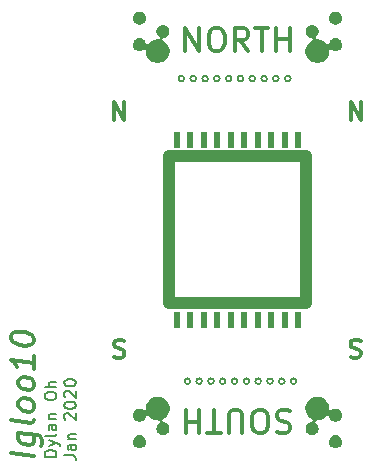
<source format=gbr>
G04 #@! TF.GenerationSoftware,KiCad,Pcbnew,(5.1.5)-3*
G04 #@! TF.CreationDate,2020-01-16T17:02:50-07:00*
G04 #@! TF.ProjectId,Igloo10,49676c6f-6f31-4302-9e6b-696361645f70,rev?*
G04 #@! TF.SameCoordinates,Original*
G04 #@! TF.FileFunction,Soldermask,Top*
G04 #@! TF.FilePolarity,Negative*
%FSLAX46Y46*%
G04 Gerber Fmt 4.6, Leading zero omitted, Abs format (unit mm)*
G04 Created by KiCad (PCBNEW (5.1.5)-3) date 2020-01-16 17:02:50*
%MOMM*%
%LPD*%
G04 APERTURE LIST*
%ADD10C,0.152400*%
%ADD11C,1.000000*%
%ADD12C,0.150000*%
%ADD13C,0.300000*%
%ADD14C,0.100000*%
G04 APERTURE END LIST*
D10*
X120861913Y-78295000D02*
G75*
G03X120861913Y-78295000I-241913J0D01*
G01*
X119861913Y-78295000D02*
G75*
G03X119861913Y-78295000I-241913J0D01*
G01*
X118861913Y-78295000D02*
G75*
G03X118861913Y-78295000I-241913J0D01*
G01*
X117861913Y-78295000D02*
G75*
G03X117861913Y-78295000I-241913J0D01*
G01*
X116861913Y-78295000D02*
G75*
G03X116861913Y-78295000I-241913J0D01*
G01*
X115861913Y-78295000D02*
G75*
G03X115861913Y-78295000I-241913J0D01*
G01*
X114861913Y-78295000D02*
G75*
G03X114861913Y-78295000I-241913J0D01*
G01*
X113861913Y-78295000D02*
G75*
G03X113861913Y-78295000I-241913J0D01*
G01*
X112861913Y-78295000D02*
G75*
G03X112861913Y-78295000I-241913J0D01*
G01*
X111861913Y-78295000D02*
G75*
G03X111861913Y-78295000I-241913J0D01*
G01*
X120361913Y-52675000D02*
G75*
G03X120361913Y-52675000I-241913J0D01*
G01*
X119361913Y-52675000D02*
G75*
G03X119361913Y-52675000I-241913J0D01*
G01*
X118361913Y-52675000D02*
G75*
G03X118361913Y-52675000I-241913J0D01*
G01*
X117361913Y-52675000D02*
G75*
G03X117361913Y-52675000I-241913J0D01*
G01*
X116361913Y-52675000D02*
G75*
G03X116361913Y-52675000I-241913J0D01*
G01*
X115361913Y-52675000D02*
G75*
G03X115361913Y-52675000I-241913J0D01*
G01*
X114361913Y-52675000D02*
G75*
G03X114361913Y-52675000I-241913J0D01*
G01*
X113361913Y-52675000D02*
G75*
G03X113361913Y-52675000I-241913J0D01*
G01*
X112361913Y-52675000D02*
G75*
G03X112361913Y-52675000I-241913J0D01*
G01*
X111361913Y-52675000D02*
G75*
G03X111361913Y-52675000I-241913J0D01*
G01*
D11*
X121671000Y-71676000D02*
X121671000Y-59252000D01*
X110071000Y-71674000D02*
X110071000Y-59250000D01*
X110070000Y-71675000D02*
X121670000Y-71675000D01*
X110070000Y-59250000D02*
X121670000Y-59250000D01*
D12*
X100542380Y-84694666D02*
X99542380Y-84694666D01*
X99542380Y-84456571D01*
X99590000Y-84313714D01*
X99685238Y-84218476D01*
X99780476Y-84170857D01*
X99970952Y-84123238D01*
X100113809Y-84123238D01*
X100304285Y-84170857D01*
X100399523Y-84218476D01*
X100494761Y-84313714D01*
X100542380Y-84456571D01*
X100542380Y-84694666D01*
X99875714Y-83789904D02*
X100542380Y-83551809D01*
X99875714Y-83313714D02*
X100542380Y-83551809D01*
X100780476Y-83647047D01*
X100828095Y-83694666D01*
X100875714Y-83789904D01*
X100542380Y-82789904D02*
X100494761Y-82885142D01*
X100399523Y-82932761D01*
X99542380Y-82932761D01*
X100542380Y-81980380D02*
X100018571Y-81980380D01*
X99923333Y-82028000D01*
X99875714Y-82123238D01*
X99875714Y-82313714D01*
X99923333Y-82408952D01*
X100494761Y-81980380D02*
X100542380Y-82075619D01*
X100542380Y-82313714D01*
X100494761Y-82408952D01*
X100399523Y-82456571D01*
X100304285Y-82456571D01*
X100209047Y-82408952D01*
X100161428Y-82313714D01*
X100161428Y-82075619D01*
X100113809Y-81980380D01*
X99875714Y-81504190D02*
X100542380Y-81504190D01*
X99970952Y-81504190D02*
X99923333Y-81456571D01*
X99875714Y-81361333D01*
X99875714Y-81218476D01*
X99923333Y-81123238D01*
X100018571Y-81075619D01*
X100542380Y-81075619D01*
X99542380Y-79647047D02*
X99542380Y-79456571D01*
X99590000Y-79361333D01*
X99685238Y-79266095D01*
X99875714Y-79218476D01*
X100209047Y-79218476D01*
X100399523Y-79266095D01*
X100494761Y-79361333D01*
X100542380Y-79456571D01*
X100542380Y-79647047D01*
X100494761Y-79742285D01*
X100399523Y-79837523D01*
X100209047Y-79885142D01*
X99875714Y-79885142D01*
X99685238Y-79837523D01*
X99590000Y-79742285D01*
X99542380Y-79647047D01*
X100542380Y-78789904D02*
X99542380Y-78789904D01*
X100542380Y-78361333D02*
X100018571Y-78361333D01*
X99923333Y-78408952D01*
X99875714Y-78504190D01*
X99875714Y-78647047D01*
X99923333Y-78742285D01*
X99970952Y-78789904D01*
X101192380Y-84575619D02*
X101906666Y-84575619D01*
X102049523Y-84623238D01*
X102144761Y-84718476D01*
X102192380Y-84861333D01*
X102192380Y-84956571D01*
X102192380Y-83670857D02*
X101668571Y-83670857D01*
X101573333Y-83718476D01*
X101525714Y-83813714D01*
X101525714Y-84004190D01*
X101573333Y-84099428D01*
X102144761Y-83670857D02*
X102192380Y-83766095D01*
X102192380Y-84004190D01*
X102144761Y-84099428D01*
X102049523Y-84147047D01*
X101954285Y-84147047D01*
X101859047Y-84099428D01*
X101811428Y-84004190D01*
X101811428Y-83766095D01*
X101763809Y-83670857D01*
X101525714Y-83194666D02*
X102192380Y-83194666D01*
X101620952Y-83194666D02*
X101573333Y-83147047D01*
X101525714Y-83051809D01*
X101525714Y-82908952D01*
X101573333Y-82813714D01*
X101668571Y-82766095D01*
X102192380Y-82766095D01*
X101287619Y-81575619D02*
X101240000Y-81528000D01*
X101192380Y-81432761D01*
X101192380Y-81194666D01*
X101240000Y-81099428D01*
X101287619Y-81051809D01*
X101382857Y-81004190D01*
X101478095Y-81004190D01*
X101620952Y-81051809D01*
X102192380Y-81623238D01*
X102192380Y-81004190D01*
X101192380Y-80385142D02*
X101192380Y-80289904D01*
X101240000Y-80194666D01*
X101287619Y-80147047D01*
X101382857Y-80099428D01*
X101573333Y-80051809D01*
X101811428Y-80051809D01*
X102001904Y-80099428D01*
X102097142Y-80147047D01*
X102144761Y-80194666D01*
X102192380Y-80289904D01*
X102192380Y-80385142D01*
X102144761Y-80480380D01*
X102097142Y-80528000D01*
X102001904Y-80575619D01*
X101811428Y-80623238D01*
X101573333Y-80623238D01*
X101382857Y-80575619D01*
X101287619Y-80528000D01*
X101240000Y-80480380D01*
X101192380Y-80385142D01*
X101287619Y-79670857D02*
X101240000Y-79623238D01*
X101192380Y-79528000D01*
X101192380Y-79289904D01*
X101240000Y-79194666D01*
X101287619Y-79147047D01*
X101382857Y-79099428D01*
X101478095Y-79099428D01*
X101620952Y-79147047D01*
X102192380Y-79718476D01*
X102192380Y-79099428D01*
X101192380Y-78480380D02*
X101192380Y-78385142D01*
X101240000Y-78289904D01*
X101287619Y-78242285D01*
X101382857Y-78194666D01*
X101573333Y-78147047D01*
X101811428Y-78147047D01*
X102001904Y-78194666D01*
X102097142Y-78242285D01*
X102144761Y-78289904D01*
X102192380Y-78385142D01*
X102192380Y-78480380D01*
X102144761Y-78575619D01*
X102097142Y-78623238D01*
X102001904Y-78670857D01*
X101811428Y-78718476D01*
X101573333Y-78718476D01*
X101382857Y-78670857D01*
X101287619Y-78623238D01*
X101240000Y-78575619D01*
X101192380Y-78480380D01*
D13*
X111441428Y-50364761D02*
X111441428Y-48364761D01*
X112584285Y-50364761D01*
X112584285Y-48364761D01*
X113917619Y-48364761D02*
X114298571Y-48364761D01*
X114489047Y-48460000D01*
X114679523Y-48650476D01*
X114774761Y-49031428D01*
X114774761Y-49698095D01*
X114679523Y-50079047D01*
X114489047Y-50269523D01*
X114298571Y-50364761D01*
X113917619Y-50364761D01*
X113727142Y-50269523D01*
X113536666Y-50079047D01*
X113441428Y-49698095D01*
X113441428Y-49031428D01*
X113536666Y-48650476D01*
X113727142Y-48460000D01*
X113917619Y-48364761D01*
X116774761Y-50364761D02*
X116108095Y-49412380D01*
X115631904Y-50364761D02*
X115631904Y-48364761D01*
X116393809Y-48364761D01*
X116584285Y-48460000D01*
X116679523Y-48555238D01*
X116774761Y-48745714D01*
X116774761Y-49031428D01*
X116679523Y-49221904D01*
X116584285Y-49317142D01*
X116393809Y-49412380D01*
X115631904Y-49412380D01*
X117346190Y-48364761D02*
X118489047Y-48364761D01*
X117917619Y-50364761D02*
X117917619Y-48364761D01*
X119155714Y-50364761D02*
X119155714Y-48364761D01*
X119155714Y-49317142D02*
X120298571Y-49317142D01*
X120298571Y-50364761D02*
X120298571Y-48364761D01*
X105441428Y-56148571D02*
X105441428Y-54648571D01*
X106298571Y-56148571D01*
X106298571Y-54648571D01*
X120346190Y-80790476D02*
X120060476Y-80695238D01*
X119584285Y-80695238D01*
X119393809Y-80790476D01*
X119298571Y-80885714D01*
X119203333Y-81076190D01*
X119203333Y-81266666D01*
X119298571Y-81457142D01*
X119393809Y-81552380D01*
X119584285Y-81647619D01*
X119965238Y-81742857D01*
X120155714Y-81838095D01*
X120250952Y-81933333D01*
X120346190Y-82123809D01*
X120346190Y-82314285D01*
X120250952Y-82504761D01*
X120155714Y-82600000D01*
X119965238Y-82695238D01*
X119489047Y-82695238D01*
X119203333Y-82600000D01*
X117965238Y-82695238D02*
X117584285Y-82695238D01*
X117393809Y-82600000D01*
X117203333Y-82409523D01*
X117108095Y-82028571D01*
X117108095Y-81361904D01*
X117203333Y-80980952D01*
X117393809Y-80790476D01*
X117584285Y-80695238D01*
X117965238Y-80695238D01*
X118155714Y-80790476D01*
X118346190Y-80980952D01*
X118441428Y-81361904D01*
X118441428Y-82028571D01*
X118346190Y-82409523D01*
X118155714Y-82600000D01*
X117965238Y-82695238D01*
X116250952Y-82695238D02*
X116250952Y-81076190D01*
X116155714Y-80885714D01*
X116060476Y-80790476D01*
X115870000Y-80695238D01*
X115489047Y-80695238D01*
X115298571Y-80790476D01*
X115203333Y-80885714D01*
X115108095Y-81076190D01*
X115108095Y-82695238D01*
X114441428Y-82695238D02*
X113298571Y-82695238D01*
X113870000Y-80695238D02*
X113870000Y-82695238D01*
X112631904Y-80695238D02*
X112631904Y-82695238D01*
X112631904Y-81742857D02*
X111489047Y-81742857D01*
X111489047Y-80695238D02*
X111489047Y-82695238D01*
X125441428Y-56148571D02*
X125441428Y-54648571D01*
X126298571Y-56148571D01*
X126298571Y-54648571D01*
X126298571Y-74862857D02*
X126084285Y-74791428D01*
X125727142Y-74791428D01*
X125584285Y-74862857D01*
X125512857Y-74934285D01*
X125441428Y-75077142D01*
X125441428Y-75220000D01*
X125512857Y-75362857D01*
X125584285Y-75434285D01*
X125727142Y-75505714D01*
X126012857Y-75577142D01*
X126155714Y-75648571D01*
X126227142Y-75720000D01*
X126298571Y-75862857D01*
X126298571Y-76005714D01*
X126227142Y-76148571D01*
X126155714Y-76220000D01*
X126012857Y-76291428D01*
X125655714Y-76291428D01*
X125441428Y-76220000D01*
X106298571Y-74862857D02*
X106084285Y-74791428D01*
X105727142Y-74791428D01*
X105584285Y-74862857D01*
X105512857Y-74934285D01*
X105441428Y-75077142D01*
X105441428Y-75220000D01*
X105512857Y-75362857D01*
X105584285Y-75434285D01*
X105727142Y-75505714D01*
X106012857Y-75577142D01*
X106155714Y-75648571D01*
X106227142Y-75720000D01*
X106298571Y-75862857D01*
X106298571Y-76005714D01*
X106227142Y-76148571D01*
X106155714Y-76220000D01*
X106012857Y-76291428D01*
X105655714Y-76291428D01*
X105441428Y-76220000D01*
X98659761Y-84630827D02*
X96659761Y-84380827D01*
X97326428Y-82654636D02*
X98945476Y-82857017D01*
X99135952Y-82976065D01*
X99231190Y-83083208D01*
X99326428Y-83285589D01*
X99326428Y-83571303D01*
X99231190Y-83749875D01*
X98564523Y-82809398D02*
X98659761Y-83011779D01*
X98659761Y-83392732D01*
X98564523Y-83571303D01*
X98469285Y-83654636D01*
X98278809Y-83726065D01*
X97707380Y-83654636D01*
X97516904Y-83535589D01*
X97421666Y-83428446D01*
X97326428Y-83226065D01*
X97326428Y-82845113D01*
X97421666Y-82666541D01*
X98659761Y-81583208D02*
X98564523Y-81761779D01*
X98374047Y-81833208D01*
X96659761Y-81618922D01*
X98659761Y-80535589D02*
X98564523Y-80714160D01*
X98469285Y-80797494D01*
X98278809Y-80868922D01*
X97707380Y-80797494D01*
X97516904Y-80678446D01*
X97421666Y-80571303D01*
X97326428Y-80368922D01*
X97326428Y-80083208D01*
X97421666Y-79904636D01*
X97516904Y-79821303D01*
X97707380Y-79749875D01*
X98278809Y-79821303D01*
X98469285Y-79940351D01*
X98564523Y-80047494D01*
X98659761Y-80249875D01*
X98659761Y-80535589D01*
X98659761Y-78726065D02*
X98564523Y-78904636D01*
X98469285Y-78987970D01*
X98278809Y-79059398D01*
X97707380Y-78987970D01*
X97516904Y-78868922D01*
X97421666Y-78761779D01*
X97326428Y-78559398D01*
X97326428Y-78273684D01*
X97421666Y-78095113D01*
X97516904Y-78011779D01*
X97707380Y-77940351D01*
X98278809Y-78011779D01*
X98469285Y-78130827D01*
X98564523Y-78237970D01*
X98659761Y-78440351D01*
X98659761Y-78726065D01*
X98659761Y-76154636D02*
X98659761Y-77297494D01*
X98659761Y-76726065D02*
X96659761Y-76476065D01*
X96945476Y-76702255D01*
X97135952Y-76916541D01*
X97231190Y-77118922D01*
X96659761Y-74666541D02*
X96659761Y-74476065D01*
X96755000Y-74297494D01*
X96850238Y-74214160D01*
X97040714Y-74142732D01*
X97421666Y-74095113D01*
X97897857Y-74154636D01*
X98278809Y-74297494D01*
X98469285Y-74416541D01*
X98564523Y-74523684D01*
X98659761Y-74726065D01*
X98659761Y-74916541D01*
X98564523Y-75095113D01*
X98469285Y-75178446D01*
X98278809Y-75249875D01*
X97897857Y-75297494D01*
X97421666Y-75237970D01*
X97040714Y-75095113D01*
X96850238Y-74976065D01*
X96755000Y-74868922D01*
X96659761Y-74666541D01*
D14*
G36*
X124330721Y-82890174D02*
G01*
X124430995Y-82931709D01*
X124430996Y-82931710D01*
X124521242Y-82992010D01*
X124597990Y-83068758D01*
X124597991Y-83068760D01*
X124658291Y-83159005D01*
X124699826Y-83259279D01*
X124721000Y-83365730D01*
X124721000Y-83474270D01*
X124699826Y-83580721D01*
X124658291Y-83680995D01*
X124658290Y-83680996D01*
X124597990Y-83771242D01*
X124521242Y-83847990D01*
X124475812Y-83878345D01*
X124430995Y-83908291D01*
X124330721Y-83949826D01*
X124224270Y-83971000D01*
X124115730Y-83971000D01*
X124009279Y-83949826D01*
X123909005Y-83908291D01*
X123864188Y-83878345D01*
X123818758Y-83847990D01*
X123742010Y-83771242D01*
X123681710Y-83680996D01*
X123681709Y-83680995D01*
X123640174Y-83580721D01*
X123619000Y-83474270D01*
X123619000Y-83365730D01*
X123640174Y-83259279D01*
X123681709Y-83159005D01*
X123742009Y-83068760D01*
X123742010Y-83068758D01*
X123818758Y-82992010D01*
X123909004Y-82931710D01*
X123909005Y-82931709D01*
X124009279Y-82890174D01*
X124115730Y-82869000D01*
X124224270Y-82869000D01*
X124330721Y-82890174D01*
G37*
G36*
X107730721Y-82890174D02*
G01*
X107830995Y-82931709D01*
X107830996Y-82931710D01*
X107921242Y-82992010D01*
X107997990Y-83068758D01*
X107997991Y-83068760D01*
X108058291Y-83159005D01*
X108099826Y-83259279D01*
X108121000Y-83365730D01*
X108121000Y-83474270D01*
X108099826Y-83580721D01*
X108058291Y-83680995D01*
X108058290Y-83680996D01*
X107997990Y-83771242D01*
X107921242Y-83847990D01*
X107875812Y-83878345D01*
X107830995Y-83908291D01*
X107730721Y-83949826D01*
X107624270Y-83971000D01*
X107515730Y-83971000D01*
X107409279Y-83949826D01*
X107309005Y-83908291D01*
X107264188Y-83878345D01*
X107218758Y-83847990D01*
X107142010Y-83771242D01*
X107081710Y-83680996D01*
X107081709Y-83680995D01*
X107040174Y-83580721D01*
X107019000Y-83474270D01*
X107019000Y-83365730D01*
X107040174Y-83259279D01*
X107081709Y-83159005D01*
X107142009Y-83068760D01*
X107142010Y-83068758D01*
X107218758Y-82992010D01*
X107309004Y-82931710D01*
X107309005Y-82931709D01*
X107409279Y-82890174D01*
X107515730Y-82869000D01*
X107624270Y-82869000D01*
X107730721Y-82890174D01*
G37*
G36*
X122815285Y-79638234D02*
G01*
X122911981Y-79657468D01*
X123094151Y-79732926D01*
X123258100Y-79842473D01*
X123397527Y-79981900D01*
X123507074Y-80145849D01*
X123507075Y-80145851D01*
X123582532Y-80328020D01*
X123621000Y-80521409D01*
X123621000Y-80640291D01*
X123623402Y-80664677D01*
X123630515Y-80688126D01*
X123642066Y-80709737D01*
X123657611Y-80728679D01*
X123676553Y-80744224D01*
X123698164Y-80755775D01*
X123721613Y-80762888D01*
X123745999Y-80765290D01*
X123770385Y-80762888D01*
X123793834Y-80755775D01*
X123815445Y-80744224D01*
X123818760Y-80742009D01*
X123867058Y-80709737D01*
X123909005Y-80681709D01*
X124009279Y-80640174D01*
X124115730Y-80619000D01*
X124224270Y-80619000D01*
X124330721Y-80640174D01*
X124430995Y-80681709D01*
X124472942Y-80709737D01*
X124521242Y-80742010D01*
X124597990Y-80818758D01*
X124597991Y-80818760D01*
X124658291Y-80909005D01*
X124699826Y-81009279D01*
X124721000Y-81115730D01*
X124721000Y-81224270D01*
X124699826Y-81330721D01*
X124658291Y-81430995D01*
X124658290Y-81430996D01*
X124597990Y-81521242D01*
X124521242Y-81597990D01*
X124518449Y-81599856D01*
X124430995Y-81658291D01*
X124330721Y-81699826D01*
X124224270Y-81721000D01*
X124115730Y-81721000D01*
X124009279Y-81699826D01*
X123909005Y-81658291D01*
X123821551Y-81599856D01*
X123818758Y-81597990D01*
X123742010Y-81521242D01*
X123681710Y-81430996D01*
X123681709Y-81430995D01*
X123640174Y-81330720D01*
X123632252Y-81290894D01*
X123625139Y-81267445D01*
X123613588Y-81245834D01*
X123598043Y-81226892D01*
X123579101Y-81211347D01*
X123557490Y-81199796D01*
X123534041Y-81192683D01*
X123509655Y-81190281D01*
X123485269Y-81192683D01*
X123461820Y-81199796D01*
X123440209Y-81211347D01*
X123421267Y-81226892D01*
X123405727Y-81245827D01*
X123397527Y-81258100D01*
X123258100Y-81397527D01*
X123094151Y-81507074D01*
X122911981Y-81582532D01*
X122824893Y-81599855D01*
X122718591Y-81621000D01*
X122590128Y-81621000D01*
X122565742Y-81623402D01*
X122542293Y-81630515D01*
X122520682Y-81642066D01*
X122501740Y-81657611D01*
X122486195Y-81676553D01*
X122474644Y-81698164D01*
X122467531Y-81721613D01*
X122465129Y-81745999D01*
X122467531Y-81770385D01*
X122474644Y-81793834D01*
X122486195Y-81815445D01*
X122501740Y-81834387D01*
X122520683Y-81849932D01*
X122546242Y-81867010D01*
X122622990Y-81943758D01*
X122622991Y-81943760D01*
X122683291Y-82034005D01*
X122724826Y-82134279D01*
X122746000Y-82240730D01*
X122746000Y-82349270D01*
X122724826Y-82455721D01*
X122683291Y-82555995D01*
X122683290Y-82555996D01*
X122622990Y-82646242D01*
X122546242Y-82722990D01*
X122500812Y-82753345D01*
X122455995Y-82783291D01*
X122355721Y-82824826D01*
X122249270Y-82846000D01*
X122140730Y-82846000D01*
X122034279Y-82824826D01*
X121934005Y-82783291D01*
X121889188Y-82753345D01*
X121843758Y-82722990D01*
X121767010Y-82646242D01*
X121706710Y-82555996D01*
X121706709Y-82555995D01*
X121665174Y-82455721D01*
X121644000Y-82349270D01*
X121644000Y-82240730D01*
X121665174Y-82134279D01*
X121706709Y-82034005D01*
X121767009Y-81943760D01*
X121767010Y-81943758D01*
X121843758Y-81867010D01*
X121934004Y-81806710D01*
X121934005Y-81806709D01*
X122034279Y-81765174D01*
X122126462Y-81746838D01*
X122149911Y-81739725D01*
X122171522Y-81728174D01*
X122190463Y-81712629D01*
X122206009Y-81693687D01*
X122217560Y-81672076D01*
X122224673Y-81648627D01*
X122227075Y-81624241D01*
X122224673Y-81599855D01*
X122217560Y-81576406D01*
X122206009Y-81554795D01*
X122190464Y-81535854D01*
X122171522Y-81520308D01*
X122149912Y-81508758D01*
X122145854Y-81507077D01*
X122145850Y-81507075D01*
X122145849Y-81507074D01*
X121981900Y-81397527D01*
X121842473Y-81258100D01*
X121732926Y-81094151D01*
X121657468Y-80911981D01*
X121627811Y-80762888D01*
X121619000Y-80718591D01*
X121619000Y-80521409D01*
X121657468Y-80328020D01*
X121732925Y-80145851D01*
X121732926Y-80145849D01*
X121842473Y-79981900D01*
X121981900Y-79842473D01*
X122145849Y-79732926D01*
X122328019Y-79657468D01*
X122424715Y-79638234D01*
X122521409Y-79619000D01*
X122718591Y-79619000D01*
X122815285Y-79638234D01*
G37*
G36*
X109315285Y-79638234D02*
G01*
X109411981Y-79657468D01*
X109594151Y-79732926D01*
X109758100Y-79842473D01*
X109897527Y-79981900D01*
X110007074Y-80145849D01*
X110007075Y-80145851D01*
X110082532Y-80328020D01*
X110121000Y-80521409D01*
X110121000Y-80718591D01*
X110112189Y-80762888D01*
X110082532Y-80911981D01*
X110007074Y-81094151D01*
X109897527Y-81258100D01*
X109758100Y-81397527D01*
X109594151Y-81507074D01*
X109594150Y-81507075D01*
X109594146Y-81507077D01*
X109590088Y-81508758D01*
X109568477Y-81520309D01*
X109549535Y-81535854D01*
X109533990Y-81554796D01*
X109522439Y-81576407D01*
X109515327Y-81599856D01*
X109512925Y-81624242D01*
X109515327Y-81648628D01*
X109522441Y-81672077D01*
X109533992Y-81693688D01*
X109549537Y-81712630D01*
X109568479Y-81728175D01*
X109590090Y-81739726D01*
X109613538Y-81746838D01*
X109705721Y-81765174D01*
X109805995Y-81806709D01*
X109805996Y-81806710D01*
X109896242Y-81867010D01*
X109972990Y-81943758D01*
X109972991Y-81943760D01*
X110033291Y-82034005D01*
X110074826Y-82134279D01*
X110096000Y-82240730D01*
X110096000Y-82349270D01*
X110074826Y-82455721D01*
X110033291Y-82555995D01*
X110033290Y-82555996D01*
X109972990Y-82646242D01*
X109896242Y-82722990D01*
X109850812Y-82753345D01*
X109805995Y-82783291D01*
X109705721Y-82824826D01*
X109599270Y-82846000D01*
X109490730Y-82846000D01*
X109384279Y-82824826D01*
X109284005Y-82783291D01*
X109239188Y-82753345D01*
X109193758Y-82722990D01*
X109117010Y-82646242D01*
X109056710Y-82555996D01*
X109056709Y-82555995D01*
X109015174Y-82455721D01*
X108994000Y-82349270D01*
X108994000Y-82240730D01*
X109015174Y-82134279D01*
X109056709Y-82034005D01*
X109117009Y-81943760D01*
X109117010Y-81943758D01*
X109193758Y-81867010D01*
X109219317Y-81849932D01*
X109238259Y-81834387D01*
X109253805Y-81815445D01*
X109265356Y-81793834D01*
X109272469Y-81770385D01*
X109274871Y-81745999D01*
X109272469Y-81721613D01*
X109265356Y-81698164D01*
X109253805Y-81676554D01*
X109238260Y-81657612D01*
X109219318Y-81642066D01*
X109197707Y-81630515D01*
X109174258Y-81623402D01*
X109149872Y-81621000D01*
X109021409Y-81621000D01*
X108915107Y-81599855D01*
X108828019Y-81582532D01*
X108645849Y-81507074D01*
X108481900Y-81397527D01*
X108342473Y-81258100D01*
X108334273Y-81245827D01*
X108318734Y-81226893D01*
X108299792Y-81211348D01*
X108278181Y-81199797D01*
X108254732Y-81192683D01*
X108230346Y-81190281D01*
X108205960Y-81192683D01*
X108182511Y-81199795D01*
X108160900Y-81211346D01*
X108141958Y-81226891D01*
X108126413Y-81245833D01*
X108114862Y-81267444D01*
X108107748Y-81290894D01*
X108099826Y-81330720D01*
X108058291Y-81430995D01*
X108058290Y-81430996D01*
X107997990Y-81521242D01*
X107921242Y-81597990D01*
X107918449Y-81599856D01*
X107830995Y-81658291D01*
X107730721Y-81699826D01*
X107624270Y-81721000D01*
X107515730Y-81721000D01*
X107409279Y-81699826D01*
X107309005Y-81658291D01*
X107221551Y-81599856D01*
X107218758Y-81597990D01*
X107142010Y-81521242D01*
X107081710Y-81430996D01*
X107081709Y-81430995D01*
X107040174Y-81330721D01*
X107019000Y-81224270D01*
X107019000Y-81115730D01*
X107040174Y-81009279D01*
X107081709Y-80909005D01*
X107142009Y-80818760D01*
X107142010Y-80818758D01*
X107218758Y-80742010D01*
X107267058Y-80709737D01*
X107309005Y-80681709D01*
X107409279Y-80640174D01*
X107515730Y-80619000D01*
X107624270Y-80619000D01*
X107730721Y-80640174D01*
X107830995Y-80681709D01*
X107872942Y-80709737D01*
X107921241Y-80742009D01*
X107924555Y-80744224D01*
X107946166Y-80755775D01*
X107969615Y-80762888D01*
X107994001Y-80765290D01*
X108018387Y-80762888D01*
X108041836Y-80755775D01*
X108063446Y-80744224D01*
X108082388Y-80728679D01*
X108097934Y-80709737D01*
X108109485Y-80688126D01*
X108116598Y-80664677D01*
X108119000Y-80640291D01*
X108119000Y-80521409D01*
X108157468Y-80328020D01*
X108232925Y-80145851D01*
X108232926Y-80145849D01*
X108342473Y-79981900D01*
X108481900Y-79842473D01*
X108645849Y-79732926D01*
X108828019Y-79657468D01*
X108924715Y-79638234D01*
X109021409Y-79619000D01*
X109218591Y-79619000D01*
X109315285Y-79638234D01*
G37*
G36*
X118969000Y-73771000D02*
G01*
X118486000Y-73771000D01*
X118486000Y-72399000D01*
X118969000Y-72399000D01*
X118969000Y-73771000D01*
G37*
G36*
X112111000Y-73771000D02*
G01*
X111628000Y-73771000D01*
X111628000Y-72399000D01*
X112111000Y-72399000D01*
X112111000Y-73771000D01*
G37*
G36*
X113254000Y-73771000D02*
G01*
X112771000Y-73771000D01*
X112771000Y-72399000D01*
X113254000Y-72399000D01*
X113254000Y-73771000D01*
G37*
G36*
X114397000Y-73771000D02*
G01*
X113914000Y-73771000D01*
X113914000Y-72399000D01*
X114397000Y-72399000D01*
X114397000Y-73771000D01*
G37*
G36*
X115540000Y-73771000D02*
G01*
X115057000Y-73771000D01*
X115057000Y-72399000D01*
X115540000Y-72399000D01*
X115540000Y-73771000D01*
G37*
G36*
X116683000Y-73771000D02*
G01*
X116200000Y-73771000D01*
X116200000Y-72399000D01*
X116683000Y-72399000D01*
X116683000Y-73771000D01*
G37*
G36*
X117826000Y-73771000D02*
G01*
X117343000Y-73771000D01*
X117343000Y-72399000D01*
X117826000Y-72399000D01*
X117826000Y-73771000D01*
G37*
G36*
X120112000Y-73771000D02*
G01*
X119629000Y-73771000D01*
X119629000Y-72399000D01*
X120112000Y-72399000D01*
X120112000Y-73771000D01*
G37*
G36*
X121255000Y-73771000D02*
G01*
X120772000Y-73771000D01*
X120772000Y-72399000D01*
X121255000Y-72399000D01*
X121255000Y-73771000D01*
G37*
G36*
X110968000Y-73771000D02*
G01*
X110485000Y-73771000D01*
X110485000Y-72399000D01*
X110968000Y-72399000D01*
X110968000Y-73771000D01*
G37*
G36*
X117826000Y-58541000D02*
G01*
X117343000Y-58541000D01*
X117343000Y-57169000D01*
X117826000Y-57169000D01*
X117826000Y-58541000D01*
G37*
G36*
X112111000Y-58541000D02*
G01*
X111628000Y-58541000D01*
X111628000Y-57169000D01*
X112111000Y-57169000D01*
X112111000Y-58541000D01*
G37*
G36*
X110968000Y-58541000D02*
G01*
X110485000Y-58541000D01*
X110485000Y-57169000D01*
X110968000Y-57169000D01*
X110968000Y-58541000D01*
G37*
G36*
X115540000Y-58541000D02*
G01*
X115057000Y-58541000D01*
X115057000Y-57169000D01*
X115540000Y-57169000D01*
X115540000Y-58541000D01*
G37*
G36*
X114397000Y-58541000D02*
G01*
X113914000Y-58541000D01*
X113914000Y-57169000D01*
X114397000Y-57169000D01*
X114397000Y-58541000D01*
G37*
G36*
X113254000Y-58541000D02*
G01*
X112771000Y-58541000D01*
X112771000Y-57169000D01*
X113254000Y-57169000D01*
X113254000Y-58541000D01*
G37*
G36*
X121255000Y-58541000D02*
G01*
X120772000Y-58541000D01*
X120772000Y-57169000D01*
X121255000Y-57169000D01*
X121255000Y-58541000D01*
G37*
G36*
X120112000Y-58541000D02*
G01*
X119629000Y-58541000D01*
X119629000Y-57169000D01*
X120112000Y-57169000D01*
X120112000Y-58541000D01*
G37*
G36*
X118969000Y-58541000D02*
G01*
X118486000Y-58541000D01*
X118486000Y-57169000D01*
X118969000Y-57169000D01*
X118969000Y-58541000D01*
G37*
G36*
X116683000Y-58541000D02*
G01*
X116200000Y-58541000D01*
X116200000Y-57169000D01*
X116683000Y-57169000D01*
X116683000Y-58541000D01*
G37*
G36*
X109705721Y-48145174D02*
G01*
X109805995Y-48186709D01*
X109805996Y-48186710D01*
X109896242Y-48247010D01*
X109972990Y-48323758D01*
X109972991Y-48323760D01*
X110033291Y-48414005D01*
X110074826Y-48514279D01*
X110096000Y-48620730D01*
X110096000Y-48729270D01*
X110074826Y-48835721D01*
X110033291Y-48935995D01*
X110033290Y-48935996D01*
X109972990Y-49026242D01*
X109896242Y-49102990D01*
X109896239Y-49102992D01*
X109805995Y-49163291D01*
X109705721Y-49204826D01*
X109613538Y-49223162D01*
X109590089Y-49230275D01*
X109568478Y-49241826D01*
X109549537Y-49257371D01*
X109533991Y-49276313D01*
X109522440Y-49297924D01*
X109515327Y-49321373D01*
X109512925Y-49345759D01*
X109515327Y-49370145D01*
X109522440Y-49393594D01*
X109533991Y-49415205D01*
X109549536Y-49434146D01*
X109568478Y-49449692D01*
X109590088Y-49461242D01*
X109594146Y-49462923D01*
X109594150Y-49462925D01*
X109594151Y-49462926D01*
X109758100Y-49572473D01*
X109897527Y-49711900D01*
X109992655Y-49854270D01*
X110007075Y-49875851D01*
X110082532Y-50058020D01*
X110116342Y-50227990D01*
X110121000Y-50251410D01*
X110121000Y-50448590D01*
X110082532Y-50641981D01*
X110007074Y-50824151D01*
X109897527Y-50988100D01*
X109758100Y-51127527D01*
X109594151Y-51237074D01*
X109411981Y-51312532D01*
X109218591Y-51351000D01*
X109021409Y-51351000D01*
X108828019Y-51312532D01*
X108645849Y-51237074D01*
X108481900Y-51127527D01*
X108342473Y-50988100D01*
X108232926Y-50824151D01*
X108157468Y-50641981D01*
X108119000Y-50448590D01*
X108119000Y-50329709D01*
X108116598Y-50305323D01*
X108109485Y-50281874D01*
X108097934Y-50260263D01*
X108082389Y-50241321D01*
X108063447Y-50225776D01*
X108041836Y-50214225D01*
X108018387Y-50207112D01*
X107994001Y-50204710D01*
X107969615Y-50207112D01*
X107946166Y-50214225D01*
X107924555Y-50225776D01*
X107921243Y-50227989D01*
X107921242Y-50227990D01*
X107886193Y-50251409D01*
X107830995Y-50288291D01*
X107730721Y-50329826D01*
X107624270Y-50351000D01*
X107515730Y-50351000D01*
X107409279Y-50329826D01*
X107309005Y-50288291D01*
X107253807Y-50251409D01*
X107218758Y-50227990D01*
X107142010Y-50151242D01*
X107081710Y-50060996D01*
X107081709Y-50060995D01*
X107040174Y-49960721D01*
X107019000Y-49854270D01*
X107019000Y-49745730D01*
X107040174Y-49639279D01*
X107081709Y-49539005D01*
X107111655Y-49494188D01*
X107142010Y-49448758D01*
X107218758Y-49372010D01*
X107294542Y-49321373D01*
X107309005Y-49311709D01*
X107409279Y-49270174D01*
X107515730Y-49249000D01*
X107624270Y-49249000D01*
X107730721Y-49270174D01*
X107830995Y-49311709D01*
X107845458Y-49321373D01*
X107921242Y-49372010D01*
X107997990Y-49448758D01*
X108028345Y-49494188D01*
X108058291Y-49539005D01*
X108099826Y-49639280D01*
X108107748Y-49679106D01*
X108114861Y-49702555D01*
X108126412Y-49724166D01*
X108141957Y-49743108D01*
X108160899Y-49758653D01*
X108182510Y-49770204D01*
X108205959Y-49777317D01*
X108230345Y-49779719D01*
X108254731Y-49777317D01*
X108278180Y-49770204D01*
X108299791Y-49758653D01*
X108318733Y-49743108D01*
X108334273Y-49724173D01*
X108342473Y-49711900D01*
X108481900Y-49572473D01*
X108645849Y-49462926D01*
X108828019Y-49387468D01*
X109021409Y-49349000D01*
X109149872Y-49349000D01*
X109174258Y-49346598D01*
X109197707Y-49339485D01*
X109219318Y-49327934D01*
X109238260Y-49312389D01*
X109253805Y-49293447D01*
X109265356Y-49271836D01*
X109272469Y-49248387D01*
X109274871Y-49224001D01*
X109272469Y-49199615D01*
X109265356Y-49176166D01*
X109253805Y-49154555D01*
X109238260Y-49135613D01*
X109219317Y-49120068D01*
X109193761Y-49102992D01*
X109193758Y-49102990D01*
X109117010Y-49026242D01*
X109056710Y-48935996D01*
X109056709Y-48935995D01*
X109015174Y-48835721D01*
X108994000Y-48729270D01*
X108994000Y-48620730D01*
X109015174Y-48514279D01*
X109056709Y-48414005D01*
X109117009Y-48323760D01*
X109117010Y-48323758D01*
X109193758Y-48247010D01*
X109284004Y-48186710D01*
X109284005Y-48186709D01*
X109384279Y-48145174D01*
X109490730Y-48124000D01*
X109599270Y-48124000D01*
X109705721Y-48145174D01*
G37*
G36*
X122355721Y-48145174D02*
G01*
X122455995Y-48186709D01*
X122455996Y-48186710D01*
X122546242Y-48247010D01*
X122622990Y-48323758D01*
X122622991Y-48323760D01*
X122683291Y-48414005D01*
X122724826Y-48514279D01*
X122746000Y-48620730D01*
X122746000Y-48729270D01*
X122724826Y-48835721D01*
X122683291Y-48935995D01*
X122683290Y-48935996D01*
X122622990Y-49026242D01*
X122546242Y-49102990D01*
X122546239Y-49102992D01*
X122520683Y-49120068D01*
X122501741Y-49135613D01*
X122486195Y-49154555D01*
X122474644Y-49176166D01*
X122467531Y-49199615D01*
X122465129Y-49224001D01*
X122467531Y-49248387D01*
X122474644Y-49271836D01*
X122486195Y-49293446D01*
X122501740Y-49312388D01*
X122520682Y-49327934D01*
X122542293Y-49339485D01*
X122565742Y-49346598D01*
X122590128Y-49349000D01*
X122718591Y-49349000D01*
X122911981Y-49387468D01*
X123094151Y-49462926D01*
X123258100Y-49572473D01*
X123397527Y-49711900D01*
X123405727Y-49724173D01*
X123421266Y-49743107D01*
X123440208Y-49758652D01*
X123461819Y-49770203D01*
X123485268Y-49777317D01*
X123509654Y-49779719D01*
X123534040Y-49777317D01*
X123557489Y-49770205D01*
X123579100Y-49758654D01*
X123598042Y-49743109D01*
X123613587Y-49724167D01*
X123625138Y-49702556D01*
X123632252Y-49679106D01*
X123640174Y-49639280D01*
X123681709Y-49539005D01*
X123711655Y-49494188D01*
X123742010Y-49448758D01*
X123818758Y-49372010D01*
X123894542Y-49321373D01*
X123909005Y-49311709D01*
X124009279Y-49270174D01*
X124115730Y-49249000D01*
X124224270Y-49249000D01*
X124330721Y-49270174D01*
X124430995Y-49311709D01*
X124445458Y-49321373D01*
X124521242Y-49372010D01*
X124597990Y-49448758D01*
X124628345Y-49494188D01*
X124658291Y-49539005D01*
X124699826Y-49639279D01*
X124721000Y-49745730D01*
X124721000Y-49854270D01*
X124699826Y-49960721D01*
X124658291Y-50060995D01*
X124658290Y-50060996D01*
X124597990Y-50151242D01*
X124521242Y-50227990D01*
X124486193Y-50251409D01*
X124430995Y-50288291D01*
X124330721Y-50329826D01*
X124224270Y-50351000D01*
X124115730Y-50351000D01*
X124009279Y-50329826D01*
X123909005Y-50288291D01*
X123853807Y-50251409D01*
X123818758Y-50227990D01*
X123818757Y-50227989D01*
X123815445Y-50225776D01*
X123793834Y-50214225D01*
X123770385Y-50207112D01*
X123745999Y-50204710D01*
X123721613Y-50207112D01*
X123698164Y-50214225D01*
X123676554Y-50225776D01*
X123657612Y-50241321D01*
X123642066Y-50260263D01*
X123630515Y-50281874D01*
X123623402Y-50305323D01*
X123621000Y-50329709D01*
X123621000Y-50448590D01*
X123582532Y-50641981D01*
X123507074Y-50824151D01*
X123397527Y-50988100D01*
X123258100Y-51127527D01*
X123094151Y-51237074D01*
X122911981Y-51312532D01*
X122718591Y-51351000D01*
X122521409Y-51351000D01*
X122328019Y-51312532D01*
X122145849Y-51237074D01*
X121981900Y-51127527D01*
X121842473Y-50988100D01*
X121732926Y-50824151D01*
X121657468Y-50641981D01*
X121619000Y-50448590D01*
X121619000Y-50251410D01*
X121623659Y-50227990D01*
X121657468Y-50058020D01*
X121732925Y-49875851D01*
X121747345Y-49854270D01*
X121842473Y-49711900D01*
X121981900Y-49572473D01*
X122145849Y-49462926D01*
X122145850Y-49462925D01*
X122145854Y-49462923D01*
X122149912Y-49461242D01*
X122171523Y-49449691D01*
X122190465Y-49434146D01*
X122206010Y-49415204D01*
X122217561Y-49393593D01*
X122224673Y-49370144D01*
X122227075Y-49345758D01*
X122224673Y-49321372D01*
X122217559Y-49297923D01*
X122206008Y-49276312D01*
X122190463Y-49257370D01*
X122171521Y-49241825D01*
X122149910Y-49230274D01*
X122126462Y-49223162D01*
X122034279Y-49204826D01*
X121934005Y-49163291D01*
X121843761Y-49102992D01*
X121843758Y-49102990D01*
X121767010Y-49026242D01*
X121706710Y-48935996D01*
X121706709Y-48935995D01*
X121665174Y-48835721D01*
X121644000Y-48729270D01*
X121644000Y-48620730D01*
X121665174Y-48514279D01*
X121706709Y-48414005D01*
X121767009Y-48323760D01*
X121767010Y-48323758D01*
X121843758Y-48247010D01*
X121934004Y-48186710D01*
X121934005Y-48186709D01*
X122034279Y-48145174D01*
X122140730Y-48124000D01*
X122249270Y-48124000D01*
X122355721Y-48145174D01*
G37*
G36*
X107730721Y-47020174D02*
G01*
X107830995Y-47061709D01*
X107830996Y-47061710D01*
X107921242Y-47122010D01*
X107997990Y-47198758D01*
X107997991Y-47198760D01*
X108058291Y-47289005D01*
X108099826Y-47389279D01*
X108121000Y-47495730D01*
X108121000Y-47604270D01*
X108099826Y-47710721D01*
X108058291Y-47810995D01*
X108058290Y-47810996D01*
X107997990Y-47901242D01*
X107921242Y-47977990D01*
X107875812Y-48008345D01*
X107830995Y-48038291D01*
X107730721Y-48079826D01*
X107624270Y-48101000D01*
X107515730Y-48101000D01*
X107409279Y-48079826D01*
X107309005Y-48038291D01*
X107264188Y-48008345D01*
X107218758Y-47977990D01*
X107142010Y-47901242D01*
X107081710Y-47810996D01*
X107081709Y-47810995D01*
X107040174Y-47710721D01*
X107019000Y-47604270D01*
X107019000Y-47495730D01*
X107040174Y-47389279D01*
X107081709Y-47289005D01*
X107142009Y-47198760D01*
X107142010Y-47198758D01*
X107218758Y-47122010D01*
X107309004Y-47061710D01*
X107309005Y-47061709D01*
X107409279Y-47020174D01*
X107515730Y-46999000D01*
X107624270Y-46999000D01*
X107730721Y-47020174D01*
G37*
G36*
X124330721Y-47020174D02*
G01*
X124430995Y-47061709D01*
X124430996Y-47061710D01*
X124521242Y-47122010D01*
X124597990Y-47198758D01*
X124597991Y-47198760D01*
X124658291Y-47289005D01*
X124699826Y-47389279D01*
X124721000Y-47495730D01*
X124721000Y-47604270D01*
X124699826Y-47710721D01*
X124658291Y-47810995D01*
X124658290Y-47810996D01*
X124597990Y-47901242D01*
X124521242Y-47977990D01*
X124475812Y-48008345D01*
X124430995Y-48038291D01*
X124330721Y-48079826D01*
X124224270Y-48101000D01*
X124115730Y-48101000D01*
X124009279Y-48079826D01*
X123909005Y-48038291D01*
X123864188Y-48008345D01*
X123818758Y-47977990D01*
X123742010Y-47901242D01*
X123681710Y-47810996D01*
X123681709Y-47810995D01*
X123640174Y-47710721D01*
X123619000Y-47604270D01*
X123619000Y-47495730D01*
X123640174Y-47389279D01*
X123681709Y-47289005D01*
X123742009Y-47198760D01*
X123742010Y-47198758D01*
X123818758Y-47122010D01*
X123909004Y-47061710D01*
X123909005Y-47061709D01*
X124009279Y-47020174D01*
X124115730Y-46999000D01*
X124224270Y-46999000D01*
X124330721Y-47020174D01*
G37*
M02*

</source>
